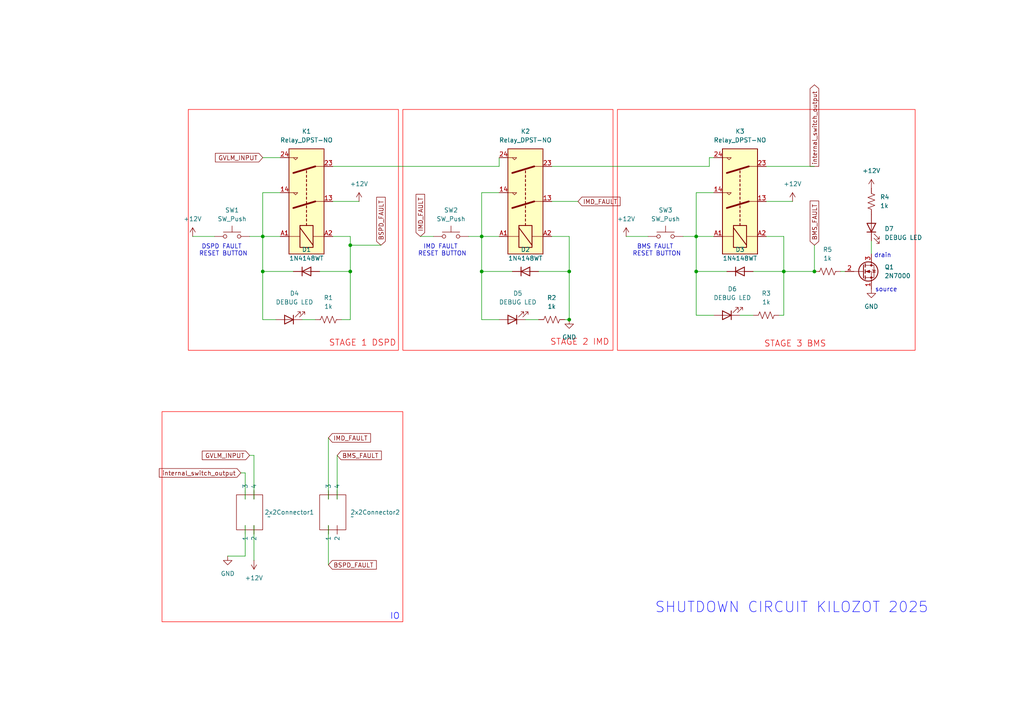
<source format=kicad_sch>
(kicad_sch (version 20250114) (generator "eeschema") (generator_version "9.0")
  (paper "A4")
  (lib_symbols
    (symbol "Device:LED" (pin_numbers (hide yes)) (pin_names (offset 1.016) (hide yes))
      (property "Reference" "D" (at 0 2.54 0))
      (property "Value" "LED" (at 0 -2.54 0))
      (symbol "LED_0_1"
        (polyline (pts (xy -3.048 -0.762) (xy -4.572 -2.286) (xy -3.81 -2.286) (xy -4.572 -2.286) (xy -4.572 -1.524)))
        (polyline (pts (xy -1.778 -0.762) (xy -3.302 -2.286) (xy -2.54 -2.286) (xy -3.302 -2.286) (xy -3.302 -1.524)))
        (polyline (pts (xy -1.27 0) (xy 1.27 0)))
        (polyline (pts (xy -1.27 -1.27) (xy -1.27 1.27)) (stroke (width 0.254)))
        (polyline (pts (xy 1.27 -1.27) (xy 1.27 1.27) (xy -1.27 0) (xy 1.27 -1.27)) (stroke (width 0.254)))
      )
      (symbol "LED_1_1"
        (pin passive line (at -3.81 0 0) (length 2.54) (name "K") (number "1"))
        (pin passive line (at 3.81 0 180) (length 2.54) (name "A") (number "2"))
      )
    )
    (symbol "Device:R_US" (pin_numbers (hide yes)) (pin_names (offset 0))
      (property "Reference" "R" (at 2.54 0 90))
      (property "Value" "R_US" (at -2.54 0 90))
      (symbol "R_US_0_1"
        (polyline (pts (xy 0 2.286) (xy 0 2.54)))
        (polyline (pts (xy 0 2.286) (xy 1.016 1.905) (xy 0 1.524) (xy -1.016 1.143) (xy 0 0.762)))
        (polyline (pts (xy 0 0.762) (xy 1.016 0.381) (xy 0 0) (xy -1.016 -0.381) (xy 0 -0.762)))
        (polyline (pts (xy 0 -0.762) (xy 1.016 -1.143) (xy 0 -1.524) (xy -1.016 -1.905) (xy 0 -2.286)))
        (polyline (pts (xy 0 -2.286) (xy 0 -2.54)))
      )
      (symbol "R_US_1_1"
        (pin passive line (at 0 3.81 270) (length 1.27) (name "~") (number "1"))
        (pin passive line (at 0 -3.81 90) (length 1.27) (name "~") (number "2"))
      )
    )
    (symbol "Diode:1N4148WT" (pin_numbers (hide yes)) (pin_names (hide yes))
      (property "Reference" "D" (at 0 2.54 0))
      (property "Value" "1N4148WT" (at 0 -2.54 0))
      (symbol "1N4148WT_0_1"
        (polyline (pts (xy -1.27 1.27) (xy -1.27 -1.27)) (stroke (width 0.254)))
        (polyline (pts (xy 1.27 1.27) (xy 1.27 -1.27) (xy -1.27 0) (xy 1.27 1.27)) (stroke (width 0.254)))
        (polyline (pts (xy 1.27 0) (xy -1.27 0)))
      )
      (symbol "1N4148WT_1_1"
        (pin passive line (at -3.81 0 0) (length 2.54) (name "K") (number "1"))
        (pin passive line (at 3.81 0 180) (length 2.54) (name "A") (number "2"))
      )
    )
    (symbol "Relay:Relay_DPST-NO"
      (property "Reference" "K" (at 16.51 3.81 0))
      (property "Value" "Relay_DPST-NO" (at 16.51 1.27 0))
      (symbol "Relay_DPST-NO_0_1"
        (rectangle (start -15.24 5.08) (end 15.24 -5.08) (stroke (width 0.254)) (fill (type background)))
        (rectangle (start -13.335 1.905) (end -6.985 -1.905) (stroke (width 0.254)))
        (polyline (pts (xy -12.7 -1.905) (xy -7.62 1.905)) (stroke (width 0.254)))
        (polyline (pts (xy -10.16 5.08) (xy -10.16 1.905)))
        (polyline (pts (xy -10.16 -5.08) (xy -10.16 -1.905)))
        (polyline (pts (xy -6.985 0) (xy -6.35 0)) (stroke (width 0.254)))
        (polyline (pts (xy -5.715 0) (xy -5.08 0)) (stroke (width 0.254)))
        (polyline (pts (xy -4.445 0) (xy -3.81 0)) (stroke (width 0.254)))
        (polyline (pts (xy -3.175 0) (xy -2.54 0)) (stroke (width 0.254)))
        (polyline (pts (xy -1.905 0) (xy -1.27 0)) (stroke (width 0.254)))
        (polyline (pts (xy -0.635 0) (xy 0 0)) (stroke (width 0.254)))
        (polyline (pts (xy 0 -2.54) (xy -1.905 3.81)) (stroke (width 0.508)))
        (polyline (pts (xy 0 -2.54) (xy 0 -5.08)))
        (polyline (pts (xy 0.635 0) (xy 1.27 0)) (stroke (width 0.254)))
        (polyline (pts (xy 1.905 0) (xy 2.54 0)) (stroke (width 0.254)))
        (polyline (pts (xy 2.54 5.08) (xy 2.54 2.54) (xy 1.905 3.175) (xy 2.54 3.81)))
        (polyline (pts (xy 3.175 0) (xy 3.81 0)) (stroke (width 0.254)))
        (polyline (pts (xy 4.445 0) (xy 5.08 0)) (stroke (width 0.254)))
        (polyline (pts (xy 5.715 0) (xy 6.35 0)) (stroke (width 0.254)))
        (polyline (pts (xy 6.985 0) (xy 7.62 0)) (stroke (width 0.254)))
        (polyline (pts (xy 8.255 0) (xy 8.89 0)) (stroke (width 0.254)))
        (polyline (pts (xy 10.16 -2.54) (xy 8.255 3.81)) (stroke (width 0.508)))
        (polyline (pts (xy 10.16 -2.54) (xy 10.16 -5.08)))
        (polyline (pts (xy 12.7 5.08) (xy 12.7 2.54) (xy 12.065 3.175) (xy 12.7 3.81)))
      )
      (symbol "Relay_DPST-NO_1_1"
        (pin passive line (at -10.16 7.62 270) (length 2.54) (name "~") (number "A1"))
        (pin passive line (at -10.16 -7.62 90) (length 2.54) (name "~") (number "A2"))
        (pin passive line (at 0 -7.62 90) (length 2.54) (name "~") (number "13"))
        (pin passive line (at 2.54 7.62 270) (length 2.54) (name "~") (number "14"))
        (pin passive line (at 10.16 -7.62 90) (length 2.54) (name "~") (number "23"))
        (pin passive line (at 12.7 7.62 270) (length 2.54) (name "~") (number "24"))
      )
    )
    (symbol "Switch:SW_Push" (pin_numbers (hide yes)) (pin_names (offset 1.016) (hide yes))
      (property "Reference" "SW" (at 1.27 2.54 0))
      (property "Value" "SW_Push" (at 0 -1.524 0))
      (symbol "SW_Push_0_1"
        (circle (center -2.032 0) (radius 0.508))
        (polyline (pts (xy 0 1.27) (xy 0 3.048)))
        (circle (center 2.032 0) (radius 0.508))
        (polyline (pts (xy 2.54 1.27) (xy -2.54 1.27)))
        (pin passive line (at -5.08 0 0) (length 2.54) (name "1") (number "1"))
        (pin passive line (at 5.08 0 180) (length 2.54) (name "2") (number "2"))
      )
    )
    (symbol "Transistor_FET:2N7000" (pin_names (hide yes))
      (property "Reference" "Q" (at 5.08 1.905 0))
      (property "Value" "2N7000" (at 5.08 0 0))
      (symbol "2N7000_0_1"
        (polyline (pts (xy 0.254 1.905) (xy 0.254 -1.905)) (stroke (width 0.254)))
        (polyline (pts (xy 0.254 0) (xy -2.54 0)))
        (polyline (pts (xy 0.762 2.286) (xy 0.762 1.27)) (stroke (width 0.254)))
        (polyline (pts (xy 0.762 0.508) (xy 0.762 -0.508)) (stroke (width 0.254)))
        (polyline (pts (xy 0.762 -1.27) (xy 0.762 -2.286)) (stroke (width 0.254)))
        (polyline (pts (xy 0.762 -1.778) (xy 3.302 -1.778) (xy 3.302 1.778) (xy 0.762 1.778)))
        (polyline (pts (xy 1.016 0) (xy 2.032 0.381) (xy 2.032 -0.381) (xy 1.016 0)) (fill (type outline)))
        (circle (center 1.651 0) (radius 2.794) (stroke (width 0.254)))
        (polyline (pts (xy 2.54 2.54) (xy 2.54 1.778)))
        (circle (center 2.54 1.778) (radius 0.254) (fill (type outline)))
        (circle (center 2.54 -1.778) (radius 0.254) (fill (type outline)))
        (polyline (pts (xy 2.54 -2.54) (xy 2.54 0) (xy 0.762 0)))
        (polyline (pts (xy 2.794 0.508) (xy 2.921 0.381) (xy 3.683 0.381) (xy 3.81 0.254)))
        (polyline (pts (xy 3.302 0.381) (xy 2.921 -0.254) (xy 3.683 -0.254) (xy 3.302 0.381)))
      )
      (symbol "2N7000_1_1"
        (pin input line (at -5.08 0 0) (length 2.54) (name "G") (number "2"))
        (pin passive line (at 2.54 5.08 270) (length 2.54) (name "D") (number "3"))
        (pin passive line (at 2.54 -5.08 90) (length 2.54) (name "S") (number "1"))
      )
    )
    (symbol "connector2x2:connector2x2"
      (property "Reference" "U" (at 0 0 0))
      (symbol "connector2x2_0_1"
        (rectangle (start -3.81 1.27) (end 3.81 -8.89))
      )
      (symbol "connector2x2_1_1"
        (pin input line (at -1.27 0 90) (length 2.54) (name "3") (number ""))
        (pin input line (at -1.27 -7.62 270) (length 2.54) (name "1") (number ""))
        (pin input line (at 1.27 0 90) (length 2.54) (name "4") (number ""))
        (pin input line (at 1.27 -7.62 270) (length 2.54) (name "2") (number ""))
      )
    )
    (symbol "connector2x2_1"
      (property "Reference" "U" (at 0 0 0))
      (symbol "connector2x2_1_0_1"
        (rectangle (start -3.81 1.27) (end 3.81 -8.89))
      )
      (symbol "connector2x2_1_1_1"
        (pin input line (at -1.27 0 90) (length 2.54) (name "3") (number ""))
        (pin input line (at -1.27 -7.62 270) (length 2.54) (name "1") (number ""))
        (pin input line (at 1.27 0 90) (length 2.54) (name "4") (number ""))
        (pin input line (at 1.27 -7.62 270) (length 2.54) (name "2") (number ""))
      )
    )
    (symbol "power:+12V" (power) (pin_numbers (hide yes)) (pin_names (offset 0) (hide yes))
      (property "Value" "+12V" (at 0 3.556 0))
      (symbol "+12V_0_1"
        (polyline (pts (xy -0.762 1.27) (xy 0 2.54)))
        (polyline (pts (xy 0 2.54) (xy 0.762 1.27)))
        (polyline (pts (xy 0 0) (xy 0 2.54)))
      )
      (symbol "+12V_1_1"
        (pin power_in line (at 0 0 90) (length 0) (name "~") (number "1"))
      )
    )
    (symbol "power:GND" (power) (pin_numbers (hide yes)) (pin_names (offset 0) (hide yes))
      (property "Value" "GND" (at 0 -3.81 0))
      (symbol "GND_0_1"
        (polyline (pts (xy 0 0) (xy 0 -1.27) (xy 1.27 -1.27) (xy 0 -2.54) (xy -1.27 -1.27) (xy 0 -1.27)))
      )
      (symbol "GND_1_1"
        (pin power_in line (at 0 0 270) (length 0) (name "~") (number "1"))
      )
    )
  )
  (text "DSPD FAULT \nRESET BUTTON" (at 64.77 72.644 0) (effects (font (size 1.27 1.27))))
  (text "STAGE 1 DSPD" (at 105.156 99.568 0) (effects (font (size 1.778 1.778))))
  (text "IO" (at 114.554 178.816 0) (effects (font (size 1.778 1.778))))
  (text "source" (at 257.048 84.074 0) (effects (font (size 1.27 1.27))))
  (text "SHUTDOWN CIRCUIT KILOZOT 2025" (at 229.616 176.276 0) (effects (font (size 3.048 3.048))))
  (text "IMD FAULT \nRESET BUTTON" (at 128.27 72.644 0) (effects (font (size 1.27 1.27))))
  (text "STAGE 3 BMS" (at 230.632 99.822 0) (effects (font (size 1.778 1.778))))
  (text "STAGE 2 IMD" (at 168.148 99.314 0) (effects (font (size 1.778 1.778))))
  (text "drain" (at 256.032 74.168 0) (effects (font (size 1.27 1.27))))
  (text "BMS FAULT \nRESET BUTTON" (at 190.5 72.644 0) (effects (font (size 1.27 1.27))))
  (junction (at 165.1 92.71))
  (junction (at 201.93 68.58))
  (junction (at 227.33 78.74))
  (junction (at 76.2 78.74))
  (junction (at 201.93 78.74))
  (junction (at 139.7 78.74))
  (junction (at 101.6 78.74))
  (junction (at 139.7 68.58))
  (junction (at 101.6 71.12))
  (junction (at 236.22 78.74))
  (junction (at 76.2 68.58))
  (junction (at 165.1 78.74))
  (wire (pts (xy 227.33 91.44) (xy 226.06 91.44)))
  (wire (pts (xy 139.7 78.74) (xy 139.7 92.71)))
  (wire (pts (xy 201.93 55.88) (xy 201.93 68.58)))
  (wire (pts (xy 205.74 45.72) (xy 205.74 48.26)))
  (wire (pts (xy 110.49 71.12) (xy 101.6 71.12)))
  (wire (pts (xy 97.79 132.08) (xy 97.79 144.78)))
  (wire (pts (xy 55.88 68.58) (xy 62.23 68.58)))
  (wire (pts (xy 72.39 68.58) (xy 76.2 68.58)))
  (wire (pts (xy 205.74 45.72) (xy 207.01 45.72)))
  (wire (pts (xy 152.4 92.71) (xy 156.21 92.71)))
  (wire (pts (xy 96.52 58.42) (xy 104.14 58.42)))
  (wire (pts (xy 76.2 68.58) (xy 76.2 78.74)))
  (wire (pts (xy 73.66 132.08) (xy 72.39 132.08)))
  (wire (pts (xy 73.66 152.4) (xy 73.66 162.56)))
  (wire (pts (xy 101.6 71.12) (xy 101.6 68.58)))
  (wire (pts (xy 76.2 45.72) (xy 81.28 45.72)))
  (wire (pts (xy 76.2 68.58) (xy 81.28 68.58)))
  (wire (pts (xy 227.33 68.58) (xy 222.25 68.58)))
  (wire (pts (xy 76.2 55.88) (xy 76.2 68.58)))
  (wire (pts (xy 73.66 144.78) (xy 73.66 132.08)))
  (wire (pts (xy 165.1 78.74) (xy 165.1 92.71)))
  (wire (pts (xy 101.6 92.71) (xy 99.06 92.71)))
  (wire (pts (xy 160.02 58.42) (xy 167.64 58.42)))
  (wire (pts (xy 135.89 68.58) (xy 139.7 68.58)))
  (wire (pts (xy 201.93 68.58) (xy 201.93 78.74)))
  (wire (pts (xy 181.61 68.58) (xy 187.96 68.58)))
  (wire (pts (xy 245.11 78.74) (xy 243.84 78.74)))
  (wire (pts (xy 101.6 71.12) (xy 101.6 78.74)))
  (wire (pts (xy 139.7 78.74) (xy 148.59 78.74)))
  (wire (pts (xy 201.93 78.74) (xy 210.82 78.74)))
  (wire (pts (xy 201.93 78.74) (xy 201.93 91.44)))
  (wire (pts (xy 236.22 48.26) (xy 222.25 48.26)))
  (wire (pts (xy 101.6 78.74) (xy 101.6 92.71)))
  (wire (pts (xy 139.7 68.58) (xy 144.78 68.58)))
  (wire (pts (xy 227.33 68.58) (xy 227.33 78.74)))
  (wire (pts (xy 165.1 68.58) (xy 160.02 68.58)))
  (wire (pts (xy 81.28 55.88) (xy 76.2 55.88)))
  (wire (pts (xy 71.12 161.29) (xy 66.04 161.29)))
  (wire (pts (xy 71.12 137.16) (xy 69.85 137.16)))
  (wire (pts (xy 165.1 78.74) (xy 156.21 78.74)))
  (wire (pts (xy 101.6 68.58) (xy 96.52 68.58)))
  (wire (pts (xy 139.7 68.58) (xy 139.7 78.74)))
  (wire (pts (xy 201.93 91.44) (xy 207.01 91.44)))
  (wire (pts (xy 198.12 68.58) (xy 201.93 68.58)))
  (wire (pts (xy 207.01 55.88) (xy 201.93 55.88)))
  (wire (pts (xy 201.93 68.58) (xy 207.01 68.58)))
  (wire (pts (xy 76.2 78.74) (xy 76.2 92.71)))
  (wire (pts (xy 236.22 71.12) (xy 236.22 78.74)))
  (wire (pts (xy 227.33 78.74) (xy 227.33 91.44)))
  (wire (pts (xy 121.92 68.58) (xy 125.73 68.58)))
  (wire (pts (xy 252.73 73.66) (xy 252.73 69.85)))
  (wire (pts (xy 101.6 78.74) (xy 92.71 78.74)))
  (wire (pts (xy 87.63 92.71) (xy 91.44 92.71)))
  (wire (pts (xy 139.7 55.88) (xy 139.7 68.58)))
  (wire (pts (xy 227.33 78.74) (xy 218.44 78.74)))
  (wire (pts (xy 71.12 152.4) (xy 71.12 161.29)))
  (wire (pts (xy 144.78 55.88) (xy 139.7 55.88)))
  (wire (pts (xy 214.63 91.44) (xy 218.44 91.44)))
  (wire (pts (xy 236.22 78.74) (xy 227.33 78.74)))
  (wire (pts (xy 76.2 78.74) (xy 85.09 78.74)))
  (wire (pts (xy 95.25 152.4) (xy 95.25 163.83)))
  (wire (pts (xy 76.2 92.71) (xy 80.01 92.71)))
  (wire (pts (xy 222.25 58.42) (xy 229.87 58.42)))
  (wire (pts (xy 205.74 48.26) (xy 160.02 48.26)))
  (wire (pts (xy 165.1 68.58) (xy 165.1 78.74)))
  (wire (pts (xy 144.78 45.72) (xy 144.78 48.26)))
  (wire (pts (xy 95.25 127) (xy 95.25 144.78)))
  (wire (pts (xy 144.78 48.26) (xy 96.52 48.26)))
  (wire (pts (xy 139.7 92.71) (xy 144.78 92.71)))
  (wire (pts (xy 71.12 144.78) (xy 71.12 137.16)))
  (wire (pts (xy 165.1 92.71) (xy 163.83 92.71)))
  (global_label "IMD_FAULT" (shape input) (at 167.64 58.42 0) (property "Intersheetrefs" "${INTERSHEET_REFS}" (effects (hide yes))))
  (global_label "BSPD_FAULT" (shape input) (at 95.25 163.83 0) (property "Intersheetrefs" "${INTERSHEET_REFS}" (effects (hide yes))))
  (global_label "BMS_FAULT" (shape input) (at 236.22 71.12 90) (property "Intersheetrefs" "${INTERSHEET_REFS}" (effects (hide yes))))
  (global_label "BMS_FAULT" (shape input) (at 97.79 132.08 0) (property "Intersheetrefs" "${INTERSHEET_REFS}" (effects (hide yes))))
  (global_label "GVLM_INPUT" (shape input) (at 72.39 132.08 180) (property "Intersheetrefs" "${INTERSHEET_REFS}" (effects (hide yes))))
  (global_label "internal_switch_output" (shape output) (at 236.22 48.26 90) (property "Intersheetrefs" "${INTERSHEET_REFS}" (effects (hide yes))))
  (global_label "internal_switch_output" (shape input) (at 69.85 137.16 180) (property "Intersheetrefs" "${INTERSHEET_REFS}" (effects (hide yes))))
  (global_label "BSPD_FAULT" (shape input) (at 110.49 71.12 90) (property "Intersheetrefs" "${INTERSHEET_REFS}" (effects (hide yes))))
  (global_label "IMD_FAULT" (shape input) (at 121.92 68.58 90) (property "Intersheetrefs" "${INTERSHEET_REFS}" (effects (hide yes))))
  (global_label "GVLM_INPUT" (shape input) (at 76.2 45.72 180) (property "Intersheetrefs" "${INTERSHEET_REFS}" (effects (hide yes))))
  (global_label "IMD_FAULT" (shape input) (at 95.25 127 0) (property "Intersheetrefs" "${INTERSHEET_REFS}" (effects (hide yes))))
  (rule_area (polyline (pts (xy 116.84 31.75) (xy 116.84 101.6) (xy 177.8 101.6) (xy 177.8 31.75))))
  (rule_area (polyline (pts (xy 46.99 180.34) (xy 116.84 180.34) (xy 116.84 119.38) (xy 46.99 119.38))))
  (rule_area (polyline (pts (xy 54.61 31.75) (xy 54.61 101.6) (xy 115.57 101.6) (xy 115.57 31.75))))
  (rule_area (polyline (pts (xy 179.07 31.75) (xy 179.07 101.6) (xy 265.43 101.6) (xy 265.43 31.75))))
  (symbol (lib_id "power:+12V") (at 229.87 58.42 0) (unit 1)
    (property "Reference" "#PWR06" (effects (hide yes)))
    (property "Value" "+12V" (at 229.87 53.34 0))
    (property "Description" "Power symbol creates a global label with name \"+12V\"" (effects (hide yes)))
  )
  (symbol (lib_id "power:+12V") (at 104.14 58.42 0) (unit 1)
    (property "Reference" "#PWR01" (effects (hide yes)))
    (property "Value" "+12V" (at 104.14 53.34 0))
    (property "Description" "Power symbol creates a global label with name \"+12V\"" (effects (hide yes)))
  )
  (symbol (lib_id "Diode:1N4148WT") (at 152.4 78.74 0) (unit 1)
    (property "Reference" "D2" (at 152.4 72.39 0))
    (property "Value" "1N4148WT" (at 152.4 74.93 0))
    (property "Footprint" "Diode_SMD:D_SOD-523" (effects (hide yes)))
    (property "Datasheet" "https://www.diodes.com/assets/Datasheets/ds30396.pdf" (effects (hide yes)))
    (property "Description" "75V 0.15A Fast switching Diode, SOD-523" (effects (hide yes)))
    (property "Sim.Device" "D" (effects (hide yes)))
    (property "Sim.Pins" "1=K 2=A" (effects (hide yes)))
  )
  (symbol (lib_id "power:+12V") (at 55.88 68.58 0) (unit 1)
    (property "Reference" "#PWR02" (effects (hide yes)))
    (property "Value" "+12V" (at 55.88 63.5 0))
    (property "Description" "Power symbol creates a global label with name \"+12V\"" (effects (hide yes)))
  )
  (symbol (lib_id "Device:LED") (at 210.82 91.44 180) (unit 1)
    (property "Reference" "D6" (at 212.4075 83.82 0))
    (property "Value" "DEBUG LED" (at 212.4075 86.36 0))
    (property "Description" "Light emitting diode" (effects (hide yes)))
    (property "Sim.Pins" "1=K 2=A" (effects (hide yes)))
  )
  (symbol (lib_id "Device:R_US") (at 240.03 78.74 270) (unit 1)
    (property "Reference" "R5" (at 240.03 72.39 90))
    (property "Value" "1k" (at 240.03 74.93 90))
    (property "Description" "Resistor, US symbol" (effects (hide yes)))
  )
  (symbol (lib_id "Device:R_US") (at 222.25 91.44 90) (unit 1)
    (property "Reference" "R3" (at 222.25 85.09 90))
    (property "Value" "1k" (at 222.25 87.63 90))
    (property "Description" "Resistor, US symbol" (effects (hide yes)))
  )
  (symbol (lib_id "Relay:Relay_DPST-NO") (at 214.63 58.42 90) (unit 1)
    (property "Reference" "K3" (at 214.63 38.1 90))
    (property "Value" "Relay_DPST-NO" (at 214.63 40.64 90))
    (property "Description" "Relay DPST, monostable, normally open, EN50005" (effects (hide yes)))
  )
  (symbol (lib_id "Diode:1N4148WT") (at 214.63 78.74 0) (unit 1)
    (property "Reference" "D3" (at 214.63 72.39 0))
    (property "Value" "1N4148WT" (at 214.63 74.93 0))
    (property "Footprint" "Diode_SMD:D_SOD-523" (effects (hide yes)))
    (property "Datasheet" "https://www.diodes.com/assets/Datasheets/ds30396.pdf" (effects (hide yes)))
    (property "Description" "75V 0.15A Fast switching Diode, SOD-523" (effects (hide yes)))
    (property "Sim.Device" "D" (effects (hide yes)))
    (property "Sim.Pins" "1=K 2=A" (effects (hide yes)))
  )
  (symbol (lib_id "Device:R_US") (at 160.02 92.71 90) (unit 1)
    (property "Reference" "R2" (at 160.02 86.36 90))
    (property "Value" "1k" (at 160.02 88.9 90))
    (property "Description" "Resistor, US symbol" (effects (hide yes)))
  )
  (symbol (lib_id "Switch:SW_Push") (at 130.81 68.58 0) (unit 1)
    (property "Reference" "SW2" (at 130.81 60.96 0))
    (property "Value" "SW_Push" (at 130.81 63.5 0))
    (property "Description" "Push button switch, generic, two pins" (effects (hide yes)))
  )
  (symbol (lib_id "Transistor_FET:2N7000") (at 250.19 78.74 0) (unit 1)
    (property "Reference" "Q1" (at 256.54 77.4699 0) (effects (justify left)))
    (property "Value" "2N7000" (at 256.54 80.0099 0) (effects (justify left)))
    (property "Footprint" "Package_TO_SOT_THT:TO-92_Inline" (effects (hide yes)))
    (property "Datasheet" "https://www.vishay.com/docs/70226/70226.pdf" (effects (hide yes)))
    (property "Description" "0.2A Id, 200V Vds, N-Channel MOSFET, 2.6V Logic Level, TO-92" (effects (hide yes)))
  )
  (symbol (lib_id "power:+12V") (at 73.66 162.56 180) (unit 1)
    (property "Reference" "#PWR03" (effects (hide yes)))
    (property "Value" "+12V" (at 73.66 167.64 0))
    (property "Description" "Power symbol creates a global label with name \"+12V\"" (effects (hide yes)))
  )
  (symbol (lib_id "Relay:Relay_DPST-NO") (at 88.9 58.42 90) (unit 1)
    (property "Reference" "K1" (at 88.9 38.1 90))
    (property "Value" "Relay_DPST-NO" (at 88.9 40.64 90))
    (property "Description" "Relay DPST, monostable, normally open, EN50005" (effects (hide yes)))
  )
  (symbol (lib_id "power:GND") (at 66.04 161.29 0) (unit 1)
    (property "Reference" "#PWR07" (effects (hide yes)))
    (property "Value" "GND" (at 66.04 166.37 0))
    (property "Description" "Power symbol creates a global label with name \"GND\" , ground" (effects (hide yes)))
  )
  (symbol (lib_id "Device:LED") (at 252.73 66.04 90) (unit 1)
    (property "Reference" "D7" (at 256.54 66.3574 90) (effects (justify right)))
    (property "Value" "DEBUG LED" (at 256.54 68.8974 90) (effects (justify right)))
    (property "Description" "Light emitting diode" (effects (hide yes)))
    (property "Sim.Pins" "1=K 2=A" (effects (hide yes)))
  )
  (symbol (lib_id "power:+12V") (at 181.61 68.58 0) (unit 1)
    (property "Reference" "#PWR05" (effects (hide yes)))
    (property "Value" "+12V" (at 181.61 63.5 0))
    (property "Description" "Power symbol creates a global label with name \"+12V\"" (effects (hide yes)))
  )
  (symbol (lib_name "connector2x2_1") (lib_id "connector2x2:connector2x2") (at 96.52 144.78 0) (unit 1)
    (property "Reference" "2x2Connector2" (at 101.6 148.5899 0) (effects (justify left)))
    (property "Value" "~" (at 101.6 149.8599 0) (effects (justify left)))
  )
  (symbol (lib_id "Device:R_US") (at 95.25 92.71 90) (unit 1)
    (property "Reference" "R1" (at 95.25 86.36 90))
    (property "Value" "1k" (at 95.25 88.9 90))
    (property "Description" "Resistor, US symbol" (effects (hide yes)))
  )
  (symbol (lib_id "Device:LED") (at 83.82 92.71 180) (unit 1)
    (property "Reference" "D4" (at 85.4075 85.09 0))
    (property "Value" "DEBUG LED" (at 85.4075 87.63 0))
    (property "Description" "Light emitting diode" (effects (hide yes)))
    (property "Sim.Pins" "1=K 2=A" (effects (hide yes)))
  )
  (symbol (lib_id "power:GND") (at 165.1 92.71 0) (unit 1)
    (property "Reference" "#PWR04" (effects (hide yes)))
    (property "Value" "GND" (at 165.1 97.79 0))
    (property "Description" "Power symbol creates a global label with name \"GND\" , ground" (effects (hide yes)))
  )
  (symbol (lib_id "Diode:1N4148WT") (at 88.9 78.74 0) (unit 1)
    (property "Reference" "D1" (at 88.9 72.39 0))
    (property "Value" "1N4148WT" (at 88.9 74.93 0))
    (property "Footprint" "Diode_SMD:D_SOD-523" (effects (hide yes)))
    (property "Datasheet" "https://www.diodes.com/assets/Datasheets/ds30396.pdf" (effects (hide yes)))
    (property "Description" "75V 0.15A Fast switching Diode, SOD-523" (effects (hide yes)))
    (property "Sim.Device" "D" (effects (hide yes)))
    (property "Sim.Pins" "1=K 2=A" (effects (hide yes)))
  )
  (symbol (lib_id "power:GND") (at 252.73 83.82 0) (unit 1)
    (property "Reference" "#PWR08" (effects (hide yes)))
    (property "Value" "GND" (at 252.73 88.9 0))
    (property "Description" "Power symbol creates a global label with name \"GND\" , ground" (effects (hide yes)))
  )
  (symbol (lib_id "Switch:SW_Push") (at 193.04 68.58 0) (unit 1)
    (property "Reference" "SW3" (at 193.04 60.96 0))
    (property "Value" "SW_Push" (at 193.04 63.5 0))
    (property "Description" "Push button switch, generic, two pins" (effects (hide yes)))
  )
  (symbol (lib_id "Relay:Relay_DPST-NO") (at 152.4 58.42 90) (unit 1)
    (property "Reference" "K2" (at 152.4 38.1 90))
    (property "Value" "Relay_DPST-NO" (at 152.4 40.64 90))
    (property "Description" "Relay DPST, monostable, normally open, EN50005" (effects (hide yes)))
  )
  (symbol (lib_id "connector2x2:connector2x2") (at 72.39 144.78 0) (unit 1)
    (property "Reference" "2x2Connector1" (at 76.708 148.59 0) (effects (justify left)))
    (property "Value" "~" (at 77.47 149.8599 0) (effects (justify left)))
  )
  (symbol (lib_id "Device:LED") (at 148.59 92.71 180) (unit 1)
    (property "Reference" "D5" (at 150.1775 85.09 0))
    (property "Value" "DEBUG LED" (at 150.1775 87.63 0))
    (property "Description" "Light emitting diode" (effects (hide yes)))
    (property "Sim.Pins" "1=K 2=A" (effects (hide yes)))
  )
  (symbol (lib_id "power:+12V") (at 252.73 54.61 0) (unit 1)
    (property "Reference" "#PWR09" (effects (hide yes)))
    (property "Value" "+12V" (at 252.73 49.53 0))
    (property "Description" "Power symbol creates a global label with name \"+12V\"" (effects (hide yes)))
  )
  (symbol (lib_id "Device:R_US") (at 252.73 58.42 180) (unit 1)
    (property "Reference" "R4" (at 255.27 57.1499 0) (effects (justify right)))
    (property "Value" "1k" (at 255.27 59.6899 0) (effects (justify right)))
    (property "Description" "Resistor, US symbol" (effects (hide yes)))
  )
  (symbol (lib_id "Switch:SW_Push") (at 67.31 68.58 0) (unit 1)
    (property "Reference" "SW1" (at 67.31 60.96 0))
    (property "Value" "SW_Push" (at 67.31 63.5 0))
    (property "Description" "Push button switch, generic, two pins" (effects (hide yes)))
  )
)
</source>
